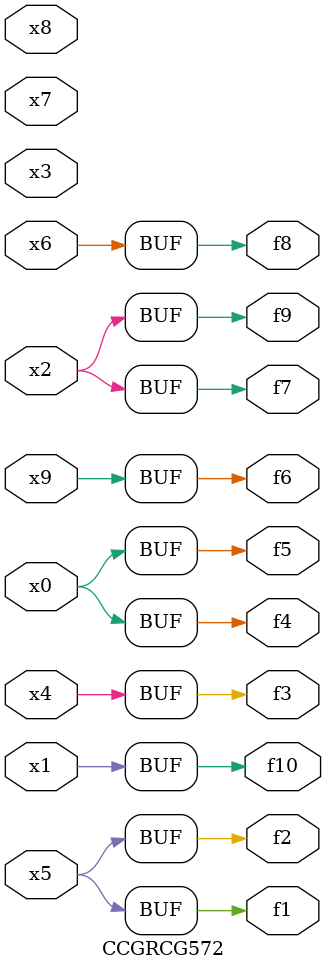
<source format=v>
module CCGRCG572(
	input x0, x1, x2, x3, x4, x5, x6, x7, x8, x9,
	output f1, f2, f3, f4, f5, f6, f7, f8, f9, f10
);
	assign f1 = x5;
	assign f2 = x5;
	assign f3 = x4;
	assign f4 = x0;
	assign f5 = x0;
	assign f6 = x9;
	assign f7 = x2;
	assign f8 = x6;
	assign f9 = x2;
	assign f10 = x1;
endmodule

</source>
